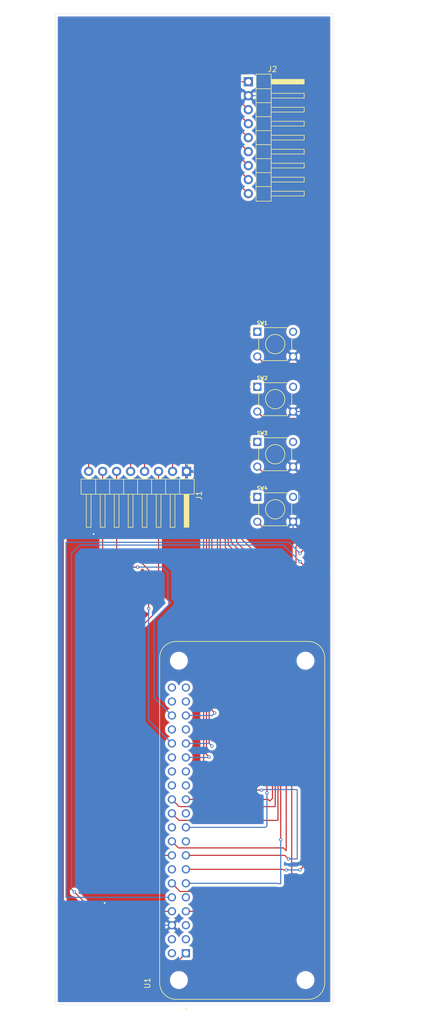
<source format=kicad_pcb>
(kicad_pcb (version 20241229) (generator "pcbnew") (generator_version "9.0")
  (layers (0 "F.Cu" signal) (2 "B.Cu" signal) (13 "F.Paste" user) (15 "B.Paste" user) (5 "F.SilkS" user "F.Silkscreen") (7 "B.SilkS" user "B.Silkscreen") (1 "F.Mask" user) (3 "B.Mask" user) (25 "Edge.Cuts" user))
  (net 0 "")
  (net 1 "+3.3V")
  (net 2 "RESET")
  (net 3 "CENTRE")
  (net 4 "GND")
  (net 5 "LEFT")
  (net 6 "UP")
  (net 7 "RIGHT")
  (net 8 "DOWN")
  (net 9 "+3.3VA")
  (net 10 "DC")
  (net 11 "BUSY")
  (net 12 "PWR")
  (net 13 "CS")
  (net 14 "DIN")
  (net 15 "RST")
  (net 16 "CLK")
  (net 18 "S1")
  (net 22 "S2")
  (net 24 "S3")
  (net 26 "S4")
  (net 41 "SET")
  (footprint "RPI:MODULE_RASPBERRY_PI_ZERO_2_W" (layer "F.Cu") (at 151 161.5 90)
    (property "Reference" "U1" (at -29.569 -17.2162 90) (layer "F.SilkS") (effects (font (size 1.00189 1.00189))))
    (property "Value" "RASPBERRY_PI_ZERO_2_W")
    (fp_line (start 29.5 -15) (end -29.5 -15) (stroke (width 0.127)) (layer "F.SilkS"))
    (fp_line (start -32.5 -12) (end -32.5 12) (stroke (width 0.127)) (layer "F.SilkS"))
    (fp_line (start 32.5 12) (end 32.5 -12) (stroke (width 0.127)) (layer "F.SilkS"))
    (fp_line (start 17 15) (end 25.35 15) (stroke (width 0.127)) (layer "F.SilkS"))
    (fp_line (start 4.4 15) (end 12.75 15) (stroke (width 0.127)) (layer "F.SilkS"))
    (fp_line (start -29.5 15) (end 29.5 15) (stroke (width 0.127)) (layer "F.SilkS"))
    (fp_arc (start 29.5 -15) (mid 31.62132 -14.12132) (end 32.5 -12) (stroke (width 0.127)) (layer "F.SilkS"))
    (fp_arc (start -32.5 -12) (mid -31.62132 -14.12132) (end -29.5 -15) (stroke (width 0.127)) (layer "F.SilkS"))
    (fp_arc (start 32.5 12) (mid 31.62132 14.12132) (end 29.5 15) (stroke (width 0.127)) (layer "F.SilkS"))
    (fp_arc (start -29.5 15) (mid -31.62132 14.12132) (end -32.5 12) (stroke (width 0.127)) (layer "F.SilkS"))
    (fp_circle (center -34.29 -10.23) (end -34.19 -10.23) (stroke (width 0.2)) (fill no) (layer "F.SilkS"))
    (pad "" np_thru_hole circle (at -29 -11.5 90) (size 2.75 2.75) (drill 2.75) (layers "*.Cu" "*.Mask"))
    (pad "" np_thru_hole circle (at -29 11.5 90) (size 2.75 2.75) (drill 2.75) (layers "*.Cu" "*.Mask"))
    (pad "" np_thru_hole circle (at 29 -11.5 90) (size 2.75 2.75) (drill 2.75) (layers "*.Cu" "*.Mask"))
    (pad "" np_thru_hole circle (at 29 11.5 90) (size 2.75 2.75) (drill 2.75) (layers "*.Cu" "*.Mask"))
    (pad "1" thru_hole rect (at -24.13 -10.23 90) (size 1.508 1.508) (drill 1) (layers "*.Cu" "*.Mask") (net 9 "+3.3VA"))
    (pad "2" thru_hole circle (at -24.13 -12.77 90) (size 1.508 1.508) (drill 1) (layers "*.Cu" "*.Mask"))
    (pad "3" thru_hole circle (at -21.59 -10.23 90) (size 1.508 1.508) (drill 1) (layers "*.Cu" "*.Mask"))
    (pad "4" thru_hole circle (at -21.59 -12.77 90) (size 1.508 1.508) (drill 1) (layers "*.Cu" "*.Mask"))
    (pad "5" thru_hole circle (at -19.05 -10.23 90) (size 1.508 1.508) (drill 1) (layers "*.Cu" "*.Mask"))
    (pad "6" thru_hole circle (at -19.05 -12.77 90) (size 1.508 1.508) (drill 1) (layers "*.Cu" "*.Mask") (net 4 "GND"))
    (pad "7" thru_hole circle (at -16.51 -10.23 90) (size 1.508 1.508) (drill 1) (layers "*.Cu" "*.Mask") (net 18 "S1"))
    (pad "8" thru_hole circle (at -16.51 -12.77 90) (size 1.508 1.508) (drill 1) (layers "*.Cu" "*.Mask") (net 22 "S2"))
    (pad "9" thru_hole circle (at -13.97 -10.23 90) (size 1.508 1.508) (drill 1) (layers "*.Cu" "*.Mask"))
    (pad "10" thru_hole circle (at -13.97 -12.77 90) (size 1.508 1.508) (drill 1) (layers "*.Cu" "*.Mask") (net 24 "S3"))
    (pad "11" thru_hole circle (at -11.43 -10.23 90) (size 1.508 1.508) (drill 1) (layers "*.Cu" "*.Mask") (net 15 "RST"))
    (pad "12" thru_hole circle (at -11.43 -12.77 90) (size 1.508 1.508) (drill 1) (layers "*.Cu" "*.Mask") (net 12 "PWR"))
    (pad "13" thru_hole circle (at -8.89 -10.23 90) (size 1.508 1.508) (drill 1) (layers "*.Cu" "*.Mask") (net 26 "S4"))
    (pad "14" thru_hole circle (at -8.89 -12.77 90) (size 1.508 1.508) (drill 1) (layers "*.Cu" "*.Mask"))
    (pad "15" thru_hole circle (at -6.35 -10.23 90) (size 1.508 1.508) (drill 1) (layers "*.Cu" "*.Mask") (net 6 "UP"))
    (pad "16" thru_hole circle (at -6.35 -12.77 90) (size 1.508 1.508) (drill 1) (layers "*.Cu" "*.Mask") (net 8 "DOWN"))
    (pad "17" thru_hole circle (at -3.81 -10.23 90) (size 1.508 1.508) (drill 1) (layers "*.Cu" "*.Mask") (net 1 "+3.3V"))
    (pad "18" thru_hole circle (at -3.81 -12.77 90) (size 1.508 1.508) (drill 1) (layers "*.Cu" "*.Mask") (net 11 "BUSY"))
    (pad "19" thru_hole circle (at -1.27 -10.23 90) (size 1.508 1.508) (drill 1) (layers "*.Cu" "*.Mask") (net 14 "DIN"))
    (pad "20" thru_hole circle (at -1.27 -12.77 90) (size 1.508 1.508) (drill 1) (layers "*.Cu" "*.Mask"))
    (pad "21" thru_hole circle (at 1.27 -10.23 90) (size 1.508 1.508) (drill 1) (layers "*.Cu" "*.Mask"))
    (pad "22" thru_hole circle (at 1.27 -12.77 90) (size 1.508 1.508) (drill 1) (layers "*.Cu" "*.Mask") (net 10 "DC"))
    (pad "23" thru_hole circle (at 3.81 -10.23 90) (size 1.508 1.508) (drill 1) (layers "*.Cu" "*.Mask") (net 16 "CLK"))
    (pad "24" thru_hole circle (at 3.81 -12.77 90) (size 1.508 1.508) (drill 1) (layers "*.Cu" "*.Mask") (net 13 "CS"))
    (pad "25" thru_hole circle (at 6.35 -10.23 90) (size 1.508 1.508) (drill 1) (layers "*.Cu" "*.Mask"))
    (pad "26" thru_hole circle (at 6.35 -12.77 90) (size 1.508 1.508) (drill 1) (layers "*.Cu" "*.Mask"))
    (pad "27" thru_hole circle (at 8.89 -10.23 90) (size 1.508 1.508) (drill 1) (layers "*.Cu" "*.Mask"))
    (pad "28" thru_hole circle (at 8.89 -12.77 90) (size 1.508 1.508) (drill 1) (layers "*.Cu" "*.Mask"))
    (pad "29" thru_hole circle (at 11.43 -10.23 90) (size 1.508 1.508) (drill 1) (layers "*.Cu" "*.Mask") (net 5 "LEFT"))
    (pad "30" thru_hole circle (at 11.43 -12.77 90) (size 1.508 1.508) (drill 1) (layers "*.Cu" "*.Mask"))
    (pad "31" thru_hole circle (at 13.97 -10.23 90) (size 1.508 1.508) (drill 1) (layers "*.Cu" "*.Mask") (net 7 "RIGHT"))
    (pad "32" thru_hole circle (at 13.97 -12.77 90) (size 1.508 1.508) (drill 1) (layers "*.Cu" "*.Mask") (net 3 "CENTRE"))
    (pad "33" thru_hole circle (at 16.51 -10.23 90) (size 1.508 1.508) (drill 1) (layers "*.Cu" "*.Mask"))
    (pad "34" thru_hole circle (at 16.51 -12.77 90) (size 1.508 1.508) (drill 1) (layers "*.Cu" "*.Mask"))
    (pad "35" thru_hole circle (at 19.05 -10.23 90) (size 1.508 1.508) (drill 1) (layers "*.Cu" "*.Mask") (net 2 "RESET"))
    (pad "36" thru_hole circle (at 19.05 -12.77 90) (size 1.508 1.508) (drill 1) (layers "*.Cu" "*.Mask") (net 41 "SET"))
    (pad "37" thru_hole circle (at 21.59 -10.23 90) (size 1.508 1.508) (drill 1) (layers "*.Cu" "*.Mask"))
    (pad "38" thru_hole circle (at 21.59 -12.77 90) (size 1.508 1.508) (drill 1) (layers "*.Cu" "*.Mask"))
    (pad "39" thru_hole circle (at 24.13 -10.23 90) (size 1.508 1.508) (drill 1) (layers "*.Cu" "*.Mask"))
    (pad "40" thru_hole circle (at 24.13 -12.77 90) (size 1.508 1.508) (drill 1) (layers "*.Cu" "*.Mask"))
  )
  (footprint "Switch:SW_1825910-6-43D" (layer "F.Cu") (at 157 75)
    (property "Reference" "SW1" (at -2.3627 -3.844398 0) (layer "F.SilkS") (effects (font (size 0.630643 0.630643))))
    (property "Value" "1825910-6")
    (fp_line (start -2.995 -1.15) (end -2.995 1.15) (stroke (width 0.127)) (layer "F.SilkS"))
    (fp_line (start -2.2 -2.995) (end 2.3 -2.995) (stroke (width 0.127)) (layer "F.SilkS"))
    (fp_line (start 2.3 2.995) (end -2.3 2.995) (stroke (width 0.127)) (layer "F.SilkS"))
    (fp_line (start 3 -1.15) (end 3 1.15) (stroke (width 0.127)) (layer "F.SilkS"))
    (fp_circle (center -4.445 -2.25) (end -4.345 -2.25) (stroke (width 0.2)) (fill no) (layer "F.SilkS"))
    (fp_circle (center 0 0) (end 1.755 0) (stroke (width 0.127)) (fill no) (layer "F.SilkS"))
    (pad "1" thru_hole rect (at -3.25 -2.25) (size 1.498 1.498) (drill 0.99) (layers "*.Cu" "*.Mask"))
    (pad "2" thru_hole circle (at 3.25 -2.25) (size 1.498 1.498) (drill 0.99) (layers "*.Cu" "*.Mask"))
    (pad "3" thru_hole circle (at -3.25 2.25) (size 1.498 1.498) (drill 0.99) (layers "*.Cu" "*.Mask") (net 18 "S1"))
    (pad "4" thru_hole circle (at 3.25 2.25) (size 1.498 1.498) (drill 0.99) (layers "*.Cu" "*.Mask") (net 4 "GND"))
  )
  (footprint "Switch:SW_1825910-6-43D" (layer "F.Cu") (at 157 105)
    (property "Reference" "SW4" (at -2.3627 -3.844398 0) (layer "F.SilkS") (effects (font (size 0.630643 0.630643))))
    (property "Value" "1825910-6")
    (fp_line (start -2.995 -1.15) (end -2.995 1.15) (stroke (width 0.127)) (layer "F.SilkS"))
    (fp_line (start -2.2 -2.995) (end 2.3 -2.995) (stroke (width 0.127)) (layer "F.SilkS"))
    (fp_line (start 2.3 2.995) (end -2.3 2.995) (stroke (width 0.127)) (layer "F.SilkS"))
    (fp_line (start 3 -1.15) (end 3 1.15) (stroke (width 0.127)) (layer "F.SilkS"))
    (fp_circle (center -4.445 -2.25) (end -4.345 -2.25) (stroke (width 0.2)) (fill no) (layer "F.SilkS"))
    (fp_circle (center 0 0) (end 1.755 0) (stroke (width 0.127)) (fill no) (layer "F.SilkS"))
    (pad "1" thru_hole rect (at -3.25 -2.25) (size 1.498 1.498) (drill 0.99) (layers "*.Cu" "*.Mask"))
    (pad "2" thru_hole circle (at 3.25 -2.25) (size 1.498 1.498) (drill 0.99) (layers "*.Cu" "*.Mask"))
    (pad "3" thru_hole circle (at -3.25 2.25) (size 1.498 1.498) (drill 0.99) (layers "*.Cu" "*.Mask") (net 26 "S4"))
    (pad "4" thru_hole circle (at 3.25 2.25) (size 1.498 1.498) (drill 0.99) (layers "*.Cu" "*.Mask") (net 4 "GND"))
  )
  (footprint "Switch:SW_1825910-6-43D" (layer "F.Cu") (at 157 85)
    (property "Reference" "SW2" (at -2.3627 -3.844398 0) (layer "F.SilkS") (effects (font (size 0.630643 0.630643))))
    (property "Value" "1825910-6")
    (fp_line (start -2.995 -1.15) (end -2.995 1.15) (stroke (width 0.127)) (layer "F.SilkS"))
    (fp_line (start -2.2 -2.995) (end 2.3 -2.995) (stroke (width 0.127)) (layer "F.SilkS"))
    (fp_line (start 2.3 2.995) (end -2.3 2.995) (stroke (width 0.127)) (layer "F.SilkS"))
    (fp_line (start 3 -1.15) (end 3 1.15) (stroke (width 0.127)) (layer "F.SilkS"))
    (fp_circle (center -4.445 -2.25) (end -4.345 -2.25) (stroke (width 0.2)) (fill no) (layer "F.SilkS"))
    (fp_circle (center 0 0) (end 1.755 0) (stroke (width 0.127)) (fill no) (layer "F.SilkS"))
    (pad "1" thru_hole rect (at -3.25 -2.25) (size 1.498 1.498) (drill 0.99) (layers "*.Cu" "*.Mask"))
    (pad "2" thru_hole circle (at 3.25 -2.25) (size 1.498 1.498) (drill 0.99) (layers "*.Cu" "*.Mask"))
    (pad "3" thru_hole circle (at -3.25 2.25) (size 1.498 1.498) (drill 0.99) (layers "*.Cu" "*.Mask") (net 22 "S2"))
    (pad "4" thru_hole circle (at 3.25 2.25) (size 1.498 1.498) (drill 0.99) (layers "*.Cu" "*.Mask") (net 4 "GND"))
  )
  (footprint "Connector_PinHeader_2.54mm:PinHeader_1x09_P2.54mm_Horizontal" (layer "F.Cu") (at 152.115 27.34)
    (property "Reference" "J2" (at 4.385 -2.27 0) (layer "F.SilkS"))
    (property "Value" "Conn_01x09")
    (fp_line (start -1.27 -1.27) (end 0 -1.27) (stroke (width 0.12)) (layer "F.SilkS"))
    (fp_line (start -1.27 0) (end -1.27 -1.27) (stroke (width 0.12)) (layer "F.SilkS"))
    (fp_line (start 1.077358 2.11) (end 1.39 2.11) (stroke (width 0.12)) (layer "F.SilkS"))
    (fp_line (start 1.077358 2.97) (end 1.39 2.97) (stroke (width 0.12)) (layer "F.SilkS"))
    (fp_line (start 1.077358 4.65) (end 1.39 4.65) (stroke (width 0.12)) (layer "F.SilkS"))
    (fp_line (start 1.077358 5.51) (end 1.39 5.51) (stroke (width 0.12)) (layer "F.SilkS"))
    (fp_line (start 1.077358 7.19) (end 1.39 7.19) (stroke (width 0.12)) (layer "F.SilkS"))
    (fp_line (start 1.077358 8.05) (end 1.39 8.05) (stroke (width 0.12)) (layer "F.SilkS"))
    (fp_line (start 1.077358 9.73) (end 1.39 9.73) (stroke (width 0.12)) (layer "F.SilkS"))
    (fp_line (start 1.077358 10.59) (end 1.39 10.59) (stroke (width 0.12)) (layer "F.SilkS"))
    (fp_line (start 1.077358 12.27) (end 1.39 12.27) (stroke (width 0.12)) (layer "F.SilkS"))
    (fp_line (start 1.077358 13.13) (end 1.39 13.13) (stroke (width 0.12)) (layer "F.SilkS"))
    (fp_line (start 1.077358 14.81) (end 1.39 14.81) (stroke (width 0.12)) (layer "F.SilkS"))
    (fp_line (start 1.077358 15.67) (end 1.39 15.67) (stroke (width 0.12)) (layer "F.SilkS"))
    (fp_line (start 1.077358 17.35) (end 1.39 17.35) (stroke (width 0.12)) (layer "F.SilkS"))
    (fp_line (start 1.077358 18.21) (end 1.39 18.21) (stroke (width 0.12)) (layer "F.SilkS"))
    (fp_line (start 1.077358 19.89) (end 1.39 19.89) (stroke (width 0.12)) (layer "F.SilkS"))
    (fp_line (start 1.077358 20.75) (end 1.39 20.75) (stroke (width 0.12)) (layer "F.SilkS"))
    (fp_line (start 1.16 -0.43) (end 1.39 -0.43) (stroke (width 0.12)) (layer "F.SilkS"))
    (fp_line (start 1.16 0.43) (end 1.39 0.43) (stroke (width 0.12)) (layer "F.SilkS"))
    (fp_line (start 1.39 -1.38) (end 1.39 21.7) (stroke (width 0.12)) (layer "F.SilkS"))
    (fp_line (start 1.39 1.27) (end 4.15 1.27) (stroke (width 0.12)) (layer "F.SilkS"))
    (fp_line (start 1.39 3.81) (end 4.15 3.81) (stroke (width 0.12)) (layer "F.SilkS"))
    (fp_line (start 1.39 6.35) (end 4.15 6.35) (stroke (width 0.12)) (layer "F.SilkS"))
    (fp_line (start 1.39 8.89) (end 4.15 8.89) (stroke (width 0.12)) (layer "F.SilkS"))
    (fp_line (start 1.39 11.43) (end 4.15 11.43) (stroke (width 0.12)) (layer "F.SilkS"))
    (fp_line (start 1.39 13.97) (end 4.15 13.97) (stroke (width 0.12)) (layer "F.SilkS"))
    (fp_line (start 1.39 16.51) (end 4.15 16.51) (stroke (width 0.12)) (layer "F.SilkS"))
    (fp_line (start 1.39 19.05) (end 4.15 19.05) (stroke (width 0.12)) (layer "F.SilkS"))
    (fp_line (start 1.39 21.7) (end 4.15 21.7) (stroke (width 0.12)) (layer "F.SilkS"))
    (fp_line (start 4.15 -1.38) (end 1.39 -1.38) (stroke (width 0.12)) (layer "F.SilkS"))
    (fp_line (start 4.15 2.11) (end 10.15 2.11) (stroke (width 0.12)) (layer "F.SilkS"))
    (fp_line (start 4.15 4.65) (end 10.15 4.65) (stroke (width 0.12)) (layer "F.SilkS"))
    (fp_line (start 4.15 7.19) (end 10.15 7.19) (stroke (width 0.12)) (layer "F.SilkS"))
    (fp_line (start 4.15 9.73) (end 10.15 9.73) (stroke (width 0.12)) (layer "F.SilkS"))
    (fp_line (start 4.15 12.27) (end 10.15 12.27) (stroke (width 0.12)) (layer "F.SilkS"))
    (fp_line (start 4.15 14.81) (end 10.15 14.81) (stroke (width 0.12)) (layer "F.SilkS"))
    (fp_line (start 4.15 17.35) (end 10.15 17.35) (stroke (width 0.12)) (layer "F.SilkS"))
    (fp_line (start 4.15 19.89) (end 10.15 19.89) (stroke (width 0.12)) (layer "F.SilkS"))
    (fp_line (start 4.15 21.7) (end 4.15 -1.38) (stroke (width 0.12)) (layer "F.SilkS"))
    (fp_line (start 10.15 2.11) (end 10.15 2.97) (stroke (width 0.12)) (layer "F.SilkS"))
    (fp_line (start 10.15 2.97) (end 4.15 2.97) (stroke (width 0.12)) (layer "F.SilkS"))
    (fp_line (start 10.15 4.65) (end 10.15 5.51) (stroke (width 0.12)) (layer "F.SilkS"))
    (fp_line (start 10.15 5.51) (end 4.15 5.51) (stroke (width 0.12)) (layer "F.SilkS"))
    (fp_line (start 10.15 7.19) (end 10.15 8.05) (stroke (width 0.12)) (layer "F.SilkS"))
    (fp_line (start 10.15 8.05) (end 4.15 8.05) (stroke (width 0.12)) (layer "F.SilkS"))
    (fp_line (start 10.15 9.73) (end 10.15 10.59) (stroke (width 0.12)) (layer "F.SilkS"))
    (fp_line (start 10.15 10.59) (end 4.15 10.59) (stroke (width 0.12)) (layer "F.SilkS"))
    (fp_line (start 10.15 12.27) (end 10.15 13.13) (stroke (width 0.12)) (layer "F.SilkS"))
    (fp_line (start 10.15 13.13) (end 4.15 13.13) (stroke (width 0.12)) (layer "F.SilkS"))
    (fp_line (start 10.15 14.81) (end 10.15 15.67) (stroke (width 0.12)) (layer "F.SilkS"))
    (fp_line (start 10.15 15.67) (end 4.15 15.67) (stroke (width 0.12)) (layer "F.SilkS"))
    (fp_line (start 10.15 17.35) (end 10.15 18.21) (stroke (width 0.12)) (layer "F.SilkS"))
    (fp_line (start 10.15 18.21) (end 4.15 18.21) (stroke (width 0.12)) (layer "F.SilkS"))
    (fp_line (start 10.15 19.89) (end 10.15 20.75) (stroke (width 0.12)) (layer "F.SilkS"))
    (fp_line (start 10.15 20.75) (end 4.15 20.75) (stroke (width 0.12)) (layer "F.SilkS"))
    (fp_rect (start 4.15 -0.43) (end 10.15 0.43) (stroke (width 0.12)) (fill yes) (layer "F.SilkS"))
    (pad "1" thru_hole rect (at 0 0) (size 1.7 1.7) (drill 1) (layers "*.Cu" "*.Mask") (net 9 "+3.3VA"))
    (pad "2" thru_hole circle (at 0 2.54) (size 1.7 1.7) (drill 1) (layers "*.Cu" "*.Mask") (net 4 "GND"))
    (pad "3" thru_hole circle (at 0 5.08) (size 1.7 1.7) (drill 1) (layers "*.Cu" "*.Mask") (net 14 "DIN"))
    (pad "4" thru_hole circle (at 0 7.62) (size 1.7 1.7) (drill 1) (layers "*.Cu" "*.Mask") (net 16 "CLK"))
    (pad "5" thru_hole circle (at 0 10.16) (size 1.7 1.7) (drill 1) (layers "*.Cu" "*.Mask") (net 13 "CS"))
    (pad "6" thru_hole circle (at 0 12.7) (size 1.7 1.7) (drill 1) (layers "*.Cu" "*.Mask") (net 10 "DC"))
    (pad "7" thru_hole circle (at 0 15.24) (size 1.7 1.7) (drill 1) (layers "*.Cu" "*.Mask") (net 15 "RST"))
    (pad "8" thru_hole circle (at 0 17.78) (size 1.7 1.7) (drill 1) (layers "*.Cu" "*.Mask") (net 11 "BUSY"))
    (pad "9" thru_hole circle (at 0 20.32) (size 1.7 1.7) (drill 1) (layers "*.Cu" "*.Mask") (net 12 "PWR"))
  )
  (footprint "Connector_PinHeader_2.54mm:PinHeader_1x08_P2.54mm_Horizontal" (layer "F.Cu") (at 140.89 98.115 -90)
    (property "Reference" "J1" (at 4.385 -2.27 90) (layer "F.SilkS"))
    (property "Value" "Conn_01x08")
    (fp_line (start 1.39 19.16) (end 4.15 19.16) (stroke (width 0.12)) (layer "F.SilkS"))
    (fp_line (start 4.15 19.16) (end 4.15 -1.38) (stroke (width 0.12)) (layer "F.SilkS"))
    (fp_line (start 1.077358 18.21) (end 1.39 18.21) (stroke (width 0.12)) (layer "F.SilkS"))
    (fp_line (start 10.15 18.21) (end 4.15 18.21) (stroke (width 0.12)) (layer "F.SilkS"))
    (fp_line (start 1.077358 17.35) (end 1.39 17.35) (stroke (width 0.12)) (layer "F.SilkS"))
    (fp_line (start 4.15 17.35) (end 10.15 17.35) (stroke (width 0.12)) (layer "F.SilkS"))
    (fp_line (start 10.15 17.35) (end 10.15 18.21) (stroke (width 0.12)) (layer "F.SilkS"))
    (fp_line (start 1.39 16.51) (end 4.15 16.51) (stroke (width 0.12)) (layer "F.SilkS"))
    (fp_line (start 1.077358 15.67) (end 1.39 15.67) (stroke (width 0.12)) (layer "F.SilkS"))
    (fp_line (start 10.15 15.67) (end 4.15 15.67) (stroke (width 0.12)) (layer "F.SilkS"))
    (fp_line (start 1.077358 14.81) (end 1.39 14.81) (stroke (width 0.12)) (layer "F.SilkS"))
    (fp_line (start 4.15 14.81) (end 10.15 14.81) (stroke (width 0.12)) (layer "F.SilkS"))
    (fp_line (start 10.15 14.81) (end 10.15 15.67) (stroke (width 0.12)) (layer "F.SilkS"))
    (fp_line (start 1.39 13.97) (end 4.15 13.97) (stroke (width 0.12)) (layer "F.SilkS"))
    (fp_line (start 1.077358 13.13) (end 1.39 13.13) (stroke (width 0.12)) (layer "F.SilkS"))
    (fp_line (start 10.15 13.13) (end 4.15 13.13) (stroke (width 0.12)) (layer "F.SilkS"))
    (fp_line (start 1.077358 12.27) (end 1.39 12.27) (stroke (width 0.12)) (layer "F.SilkS"))
    (fp_line (start 4.15 12.27) (end 10.15 12.27) (stroke (width 0.12)) (layer "F.SilkS"))
    (fp_line (start 10.15 12.27) (end 10.15 13.13) (stroke (width 0.12)) (layer "F.SilkS"))
    (fp_line (start 1.39 11.43) (end 4.15 11.43) (stroke (width 0.12)) (layer "F.SilkS"))
    (fp_line (start 1.077358 10.59) (end 1.39 10.59) (stroke (width 0.12)) (layer "F.SilkS"))
    (fp_line (start 10.15 10.59) (end 4.15 10.59) (stroke (width 0.12)) (layer "F.SilkS"))
    (fp_line (start 1.077358 9.73) (end 1.39 9.73) (stroke (width 0.12)) (layer "F.SilkS"))
    (fp_line (start 4.15 9.73) (end 10.15 9.73) (stroke (width 0.12)) (layer "F.SilkS"))
    (fp_line (start 10.15 9.73) (end 10.15 10.59) (stroke (width 0.12)) (layer "F.SilkS"))
    (fp_line (start 1.39 8.89) (end 4.15 8.89) (stroke (width 0.12)) (layer "F.SilkS"))
    (fp_line (start 1.077358 8.05) (end 1.39 8.05) (stroke (width 0.12)) (layer "F.SilkS"))
    (fp_line (start 10.15 8.05) (end 4.15 8.05) (stroke (width 0.12)) (layer "F.SilkS"))
    (fp_line (start 1.077358 7.19) (end 1.39 7.19) (stroke (width 0.12)) (layer "F.SilkS"))
    (fp_line (start 4.15 7.19) (end 10.15 7.19) (stroke (width 0.12)) (layer "F.SilkS"))
    (fp_line (start 10.15 7.19) (end 10.15 8.05) (stroke (width 0.12)) (layer "F.SilkS"))
    (fp_line (start 1.39 6.35) (end 4.15 6.35) (stroke (width 0.12)) (layer "F.SilkS"))
    (fp_line (start 1.077358 5.51) (end 1.39 5.51) (stroke (width 0.12)) (layer "F.SilkS"))
    (fp_line (start 10.15 5.51) (end 4.15 5.51) (stroke (width 0.12)) (layer "F.SilkS"))
    (fp_line (start 1.077358 4.65) (end 1.39 4.65) (stroke (width 0.12)) (layer "F.SilkS"))
    (fp_line (start 4.15 4.65) (end 10.15 4.65) (stroke (width 0.12)) (layer "F.SilkS"))
    (fp_line (start 10.15 4.65) (end 10.15 5.51) (stroke (width 0.12)) (layer "F.SilkS"))
    (fp_line (start 1.39 3.81) (end 4.15 3.81) (stroke (width 0.12)) (layer "F.SilkS"))
    (fp_line (start 1.077358 2.97) (end 1.39 2.97) (stroke (width 0.12)) (layer "F.SilkS"))
    (fp_line (start 10.15 2.97) (end 4.15 2.97) (stroke (width 0.12)) (layer "F.SilkS"))
    (fp_line (start 1.077358 2.11) (end 1.39 2.11) (stroke (width 0.12)) (layer "F.SilkS"))
    (fp_line (start 4.15 2.11) (end 10.15 2.11) (stroke (width 0.12)) (layer "F.SilkS"))
    (fp_line (start 10.15 2.11) (end 10.15 2.97) (stroke (width 0.12)) (layer "F.SilkS"))
    (fp_line (start 1.39 1.27) (end 4.15 1.27) (stroke (width 0.12)) (layer "F.SilkS"))
    (fp_line (start 1.16 0.43) (end 1.39 0.43) (stroke (width 0.12)) (layer "F.SilkS"))
    (fp_line (start -1.27 0) (end -1.27 -1.27) (stroke (width 0.12)) (layer "F.SilkS"))
    (fp_line (start 1.16 -0.43) (end 1.39 -0.43) (stroke (width 0.12)) (layer "F.SilkS"))
    (fp_line (start -1.27 -1.27) (end 0 -1.27) (stroke (width 0.12)) (layer "F.SilkS"))
    (fp_line (start 1.39 -1.38) (end 1.39 19.16) (stroke (width 0.12)) (layer "F.SilkS"))
    (fp_line (start 4.15 -1.38) (end 1.39 -1.38) (stroke (width 0.12)) (layer "F.SilkS"))
    (fp_rect (start 4.15 -0.43) (end 10.15 0.43) (stroke (width 0.12)) (fill yes) (layer "F.SilkS"))
    (pad "1" thru_hole rect (at 0 0 270) (size 1.7 1.7) (drill 1) (layers "*.Cu" "*.Mask") (net 4 "GND"))
    (pad "2" thru_hole circle (at 0 2.54 270) (size 1.7 1.7) (drill 1) (layers "*.Cu" "*.Mask") (net 6 "UP"))
    (pad "3" thru_hole circle (at 0 5.08 270) (size 1.7 1.7) (drill 1) (layers "*.Cu" "*.Mask") (net 8 "DOWN"))
    (pad "4" thru_hole circle (at 0 7.62 270) (size 1.7 1.7) (drill 1) (layers "*.Cu" "*.Mask") (net 5 "LEFT"))
    (pad "5" thru_hole circle (at 0 10.16 270) (size 1.7 1.7) (drill 1) (layers "*.Cu" "*.Mask") (net 7 "RIGHT"))
    (pad "6" thru_hole circle (at 0 12.7 270) (size 1.7 1.7) (drill 1) (layers "*.Cu" "*.Mask") (net 3 "CENTRE"))
    (pad "7" thru_hole circle (at 0 15.24 270) (size 1.7 1.7) (drill 1) (layers "*.Cu" "*.Mask") (net 41 "SET"))
    (pad "8" thru_hole circle (at 0 17.78 270) (size 1.7 1.7) (drill 1) (layers "*.Cu" "*.Mask") (net 2 "RESET"))
  )
  (footprint "Switch:SW_1825910-6-43D" (layer "F.Cu") (at 157 95)
    (property "Reference" "SW3" (at -2.3627 -3.844398 0) (layer "F.SilkS") (effects (font (size 0.630643 0.630643))))
    (property "Value" "1825910-6")
    (fp_line (start -2.995 -1.15) (end -2.995 1.15) (stroke (width 0.127)) (layer "F.SilkS"))
    (fp_line (start -2.2 -2.995) (end 2.3 -2.995) (stroke (width 0.127)) (layer "F.SilkS"))
    (fp_line (start 2.3 2.995) (end -2.3 2.995) (stroke (width 0.127)) (layer "F.SilkS"))
    (fp_line (start 3 -1.15) (end 3 1.15) (stroke (width 0.127)) (layer "F.SilkS"))
    (fp_circle (center -4.445 -2.25) (end -4.345 -2.25) (stroke (width 0.2)) (fill no) (layer "F.SilkS"))
    (fp_circle (center 0 0) (end 1.755 0) (stroke (width 0.127)) (fill no) (layer "F.SilkS"))
    (pad "1" thru_hole rect (at -3.25 -2.25) (size 1.498 1.498) (drill 0.99) (layers "*.Cu" "*.Mask"))
    (pad "2" thru_hole circle (at 3.25 -2.25) (size 1.498 1.498) (drill 0.99) (layers "*.Cu" "*.Mask"))
    (pad "3" thru_hole circle (at -3.25 2.25) (size 1.498 1.498) (drill 0.99) (layers "*.Cu" "*.Mask") (net 24 "S3"))
    (pad "4" thru_hole circle (at 3.25 2.25) (size 1.498 1.498) (drill 0.99) (layers "*.Cu" "*.Mask") (net 4 "GND"))
  )
  (gr_rect (start 117 15) (end 167.5 195) (stroke (width 0.05)) (fill no) (layer "Edge.Cuts"))
  (segment (start 123.76 81.5) (end 123.11 82.15) (width 0.2) (layer "F.Cu") (net 2))
  (segment (start 123.76 77.74) (end 123.76 81.5) (width 0.2) (layer "F.Cu") (net 2))
  (segment (start 145.5 77) (end 124.5 77) (width 0.2) (layer "F.Cu") (net 2))
  (segment (start 124.5 77) (end 123.76 77.74) (width 0.2) (layer "F.Cu") (net 2))
  (segment (start 146 142) (end 145.5 141.5) (width 0.2) (layer "F.Cu") (net 2))
  (segment (start 123.11 82.15) (end 123.11 98.115) (width 0.2) (layer "F.Cu") (net 2))
  (segment (start 145.5 141.5) (end 145.5 77) (width 0.2) (layer "F.Cu") (net 2))
  (via (at 146 142) (size 0.6) (drill 0.3) (layers "F.Cu" "B.Cu") (net 2))
  (segment (start 145.55 142.45) (end 140.77 142.45) (width 0.2) (layer "B.Cu") (net 2))
  (segment (start 146 142) (end 145.55 142.45) (width 0.2) (layer "B.Cu") (net 2))
  (segment (start 134 116) (end 134 123) (width 0.2) (layer "F.Cu") (net 3))
  (segment (start 128.19 113.81) (end 128 114) (width 0.2) (layer "F.Cu") (net 3))
  (segment (start 132 114) (end 134 116) (width 0.2) (layer "F.Cu") (net 3))
  (segment (start 128.19 98.115) (end 128.19 113.81) (width 0.2) (layer "F.Cu") (net 3))
  (segment (start 128 114) (end 132 114) (width 0.2) (layer "F.Cu") (net 3))
  (via (at 134 123) (size 0.6) (drill 0.3) (layers "F.Cu" "B.Cu") (net 3))
  (segment (start 134 143.3) (end 138.23 147.53) (width 0.2) (layer "B.Cu") (net 3))
  (segment (start 134 123) (end 134 143.3) (width 0.2) (layer "B.Cu") (net 3))
  (segment (start 121 114) (end 121 171.5) (width 0.2) (layer "F.Cu") (net 4))
  (segment (start 121 171.5) (end 126 176.5) (width 0.2) (layer "F.Cu") (net 4))
  (segment (start 124 109.5) (end 124 111) (width 0.2) (layer "F.Cu") (net 4))
  (segment (start 124 111) (end 121 114) (width 0.2) (layer "F.Cu") (net 4))
  (via (at 124 109.5) (size 0.6) (drill 0.3) (layers "F.Cu" "B.Cu") (net 4))
  (via (at 126 176.5) (size 0.6) (drill 0.3) (layers "F.Cu" "B.Cu") (net 4))
  (segment (start 164 73.5) (end 160.25 77.25) (width 0.2) (layer "B.Cu") (net 4))
  (segment (start 142 79) (end 158.5 79) (width 0.2) (layer "B.Cu") (net 4))
  (segment (start 164 30) (end 164 73.5) (width 0.2) (layer "B.Cu") (net 4))
  (segment (start 160.25 108.75) (end 159.5 109.5) (width 0.2) (layer "B.Cu") (net 4))
  (segment (start 160.25 107.25) (end 160.25 108.75) (width 0.2) (layer "B.Cu") (net 4))
  (segment (start 160.25 87.25) (end 161.75 87.25) (width 0.2) (layer "B.Cu") (net 4))
  (segment (start 162 95.5) (end 160.25 97.25) (width 0.2) (layer "B.Cu") (net 4))
  (segment (start 141.54 79.46) (end 142 79) (width 0.2) (layer "B.Cu") (net 4))
  (segment (start 126 176.5) (end 130.05 180.55) (width 0.2) (layer "B.Cu") (net 4))
  (segment (start 141.54 81.5) (end 140.89 82.15) (width 0.2) (layer "B.Cu") (net 4))
  (segment (start 162 87.5) (end 162 95.5) (width 0.2) (layer "B.Cu") (net 4))
  (segment (start 161.3 106.2) (end 160.25 107.25) (width 0.2) (layer "B.Cu") (net 4))
  (segment (start 160.25 97.25) (end 161.3 98.3) (width 0.2) (layer "B.Cu") (net 4))
  (segment (start 159.5 109.5) (end 124 109.5) (width 0.2) (layer "B.Cu") (net 4))
  (segment (start 161.75 87.25) (end 162 87.5) (width 0.2) (layer "B.Cu") (net 4))
  (segment (start 130.05 180.55) (end 138.23 180.55) (width 0.2) (layer "B.Cu") (net 4))
  (segment (start 152.115 29.88) (end 163.88 29.88) (width 0.2) (layer "B.Cu") (net 4))
  (segment (start 141.54 81.5) (end 141.54 79.46) (width 0.2) (layer "B.Cu") (net 4))
  (segment (start 161.3 98.3) (end 161.3 106.2) (width 0.2) (layer "B.Cu") (net 4))
  (segment (start 140.89 82.15) (end 140.89 98.115) (width 0.2) (layer "B.Cu") (net 4))
  (segment (start 158.5 79) (end 160.25 77.25) (width 0.2) (layer "B.Cu") (net 4))
  (segment (start 163.88 29.88) (end 164 30) (width 0.2) (layer "B.Cu") (net 4))
  (segment (start 133.92 81.5) (end 133.92 78.58) (width 0.2) (layer "F.Cu") (net 5))
  (segment (start 133.92 78.58) (end 134.5 78) (width 0.2) (layer "F.Cu") (net 5))
  (segment (start 134.5 78) (end 144.5 78) (width 0.2) (layer "F.Cu") (net 5))
  (segment (start 133.27 98.115) (end 133.27 82.15) (width 0.2) (layer "F.Cu") (net 5))
  (segment (start 144.5 149.5) (end 145 150) (width 0.2) (layer "F.Cu") (net 5))
  (segment (start 144.5 78) (end 144.5 149.5) (width 0.2) (layer "F.Cu") (net 5))
  (segment (start 133.27 82.15) (end 133.92 81.5) (width 0.2) (layer "F.Cu") (net 5))
  (via (at 145 150) (size 0.6) (drill 0.3) (layers "F.Cu" "B.Cu") (net 5))
  (segment (start 144.93 150.07) (end 140.77 150.07) (width 0.2) (layer "B.Cu") (net 5))
  (segment (start 145 150) (end 144.93 150.07) (width 0.2) (layer "B.Cu") (net 5))
  (segment (start 138.35 98.115) (end 138.35 82.15) (width 0.2) (layer "F.Cu") (net 6))
  (segment (start 139 79) (end 139.5 78.5) (width 0.2) (layer "F.Cu") (net 6))
  (segment (start 144 156) (end 154.5 156) (width 0.2) (layer "F.Cu") (net 6))
  (segment (start 139.5 78.5) (end 144 78.5) (width 0.2) (layer "F.Cu") (net 6))
  (segment (start 139 81.5) (end 139 79) (width 0.2) (layer "F.Cu") (net 6))
  (segment (start 144 78.5) (end 144 156) (width 0.2) (layer "F.Cu") (net 6))
  (segment (start 159.4 168.5) (end 158.75 167.85) (width 0.2) (layer "F.Cu") (net 6))
  (segment (start 158.75 167.85) (end 140.77 167.85) (width 0.2) (layer "F.Cu") (net 6))
  (segment (start 138.35 82.15) (end 139 81.5) (width 0.2) (layer "F.Cu") (net 6))
  (via (at 154.5 156) (size 0.6) (drill 0.3) (layers "F.Cu" "B.Cu") (net 6))
  (via (at 159.4 168.5) (size 0.6) (drill 0.3) (layers "F.Cu" "B.Cu") (net 6))
  (segment (start 154.5 156) (end 154.601 155.899) (width 0.2) (layer "B.Cu") (net 6))
  (segment (start 160.899 155.899) (end 161 156) (width 0.2) (layer "B.Cu") (net 6))
  (segment (start 161 168.5) (end 159.4 168.5) (width 0.2) (layer "B.Cu") (net 6))
  (segment (start 154.601 155.899) (end 160.899 155.899) (width 0.2) (layer "B.Cu") (net 6))
  (segment (start 161 156) (end 161 168.5) (width 0.2) (layer "B.Cu") (net 6))
  (segment (start 131.38 78.12) (end 132 77.5) (width 0.2) (layer "F.Cu") (net 7))
  (segment (start 132 77.5) (end 145 77.5) (width 0.2) (layer "F.Cu") (net 7))
  (segment (start 145 147.5) (end 145.5 148) (width 0.2) (layer "F.Cu") (net 7))
  (segment (start 145 77.5) (end 145 147.5) (width 0.2) (layer "F.Cu") (net 7))
  (segment (start 130.73 98.115) (end 130.73 81.65) (width 0.2) (layer "F.Cu") (net 7))
  (segment (start 131.38 81) (end 131.38 78.12) (width 0.2) (layer "F.Cu") (net 7))
  (segment (start 130.73 81.65) (end 131.38 81) (width 0.2) (layer "F.Cu") (net 7))
  (via (at 145.5 148) (size 0.6) (drill 0.3) (layers "F.Cu" "B.Cu") (net 7))
  (segment (start 145.5 148) (end 145.03 147.53) (width 0.2) (layer "B.Cu") (net 7))
  (segment (start 145.03 147.53) (end 140.77 147.53) (width 0.2) (layer "B.Cu") (net 7))
  (segment (start 127.5 131.5) (end 127.5 168) (width 0.2) (layer "F.Cu") (net 8))
  (segment (start 137 122) (end 127.5 131.5) (width 0.2) (layer "F.Cu") (net 8))
  (segment (start 135.81 98.115) (end 135.81 120.81) (width 0.2) (layer "F.Cu") (net 8))
  (segment (start 127.65 167.85) (end 138.23 167.85) (width 0.2) (layer "F.Cu") (net 8))
  (segment (start 135.81 120.81) (end 137 122) (width 0.2) (layer "F.Cu") (net 8))
  (segment (start 127.5 168) (end 127.65 167.85) (width 0.2) (layer "F.Cu") (net 8))
  (segment (start 137.9 188.5) (end 140.77 185.63) (width 0.2) (layer "F.Cu") (net 9))
  (segment (start 131 28) (end 131 29.5) (width 0.2) (layer "F.Cu") (net 9))
  (segment (start 131 29.5) (end 136 34.5) (width 0.2) (layer "F.Cu") (net 9))
  (segment (start 136 48.5) (end 139.5 48.5) (width 0.2) (layer "F.Cu") (net 9))
  (segment (start 146 55) (end 118.5 55) (width 0.2) (layer "F.Cu") (net 9))
  (segment (start 118.5 190) (end 130 190) (width 0.2) (layer "F.Cu") (net 9))
  (segment (start 131.66 27.34) (end 131 28) (width 0.2) (layer "F.Cu") (net 9))
  (segment (start 118.5 55) (end 118.5 190) (width 0.2) (layer "F.Cu") (net 9))
  (segment (start 136 34.5) (end 136 48.5) (width 0.2) (layer "F.Cu") (net 9))
  (segment (start 131.5 188.5) (end 137.9 188.5) (width 0.2) (layer "F.Cu") (net 9))
  (segment (start 130 190) (end 131.5 188.5) (width 0.2) (layer "F.Cu") (net 9))
  (segment (start 152.115 27.34) (end 131.66 27.34) (width 0.2) (layer "F.Cu") (net 9))
  (segment (start 139.5 48.5) (end 146 55) (width 0.2) (layer "F.Cu") (net 9))
  (segment (start 148.46645 110.53355) (end 148.46645 111.46645) (width 0.2) (layer "F.Cu") (net 10))
  (segment (start 148 53) (end 148 110.0671) (width 0.2) (layer "F.Cu") (net 10))
  (segment (start 142.075 30) (end 137 30) (width 0.2) (layer "F.Cu") (net 10))
  (segment (start 152.115 40.04) (end 142.075 30) (width 0.2) (layer "F.Cu") (net 10))
  (segment (start 137 30) (end 136.5 30.5) (width 0.2) (layer "F.Cu") (net 10))
  (segment (start 136.5 30.5) (end 136.5 31) (width 0.2) (layer "F.Cu") (net 10))
  (segment (start 148.46645 111.46645) (end 157.5 120.5) (width 0.2) (layer "F.Cu") (net 10))
  (segment (start 141.5 46.5) (end 148 53) (width 0.2) (layer "F.Cu") (net 10))
  (segment (start 148 110.0671) (end 148.46645 110.53355) (width 0.2) (layer "F.Cu") (net 10))
  (segment (start 157.5 120.5) (end 157.5 161.5) (width 0.2) (layer "F.Cu") (net 10))
  (segment (start 138 32.5) (end 138 46.5) (width 0.2) (layer "F.Cu") (net 10))
  (segment (start 157.5 161.5) (end 139.5 161.5) (width 0.2) (layer "F.Cu") (net 10))
  (segment (start 138 46.5) (end 141.5 46.5) (width 0.2) (layer "F.Cu") (net 10))
  (segment (start 136.5 31) (end 138 32.5) (width 0.2) (layer "F.Cu") (net 10))
  (segment (start 139.5 161.5) (end 138.23 160.23) (width 0.2) (layer "F.Cu") (net 10))
  (segment (start 139 45.5) (end 142.5 45.5) (width 0.2) (layer "F.Cu") (net 11))
  (segment (start 149.5 110) (end 150 110.5) (width 0.2) (layer "F.Cu") (net 11))
  (segment (start 150 111) (end 159 120) (width 0.2) (layer "F.Cu") (net 11))
  (segment (start 158.5 166.5) (end 139.42 166.5) (width 0.2) (layer "F.Cu") (net 11))
  (segment (start 150 110.5) (end 150 111) (width 0.2) (layer "F.Cu") (net 11))
  (segment (start 152.115 45.12) (end 150.5 43.505) (width 0.2) (layer "F.Cu") (net 11))
  (segment (start 150.5 43.505) (end 150.5 41.5321) (width 0.2) (layer "F.Cu") (net 11))
  (segment (start 149.5 52.5) (end 149.5 110) (width 0.2) (layer "F.Cu") (net 11))
  (segment (start 139 31.5) (end 139 45.5) (width 0.2) (layer "F.Cu") (net 11))
  (segment (start 139.9679 31) (end 139 31) (width 0.2) (layer "F.Cu") (net 11))
  (segment (start 139.42 166.5) (end 138.23 165.31) (width 0.2) (layer "F.Cu") (net 11))
  (segment (start 139 31) (end 138.75 31.25) (width 0.2) (layer "F.Cu") (net 11))
  (segment (start 138.75 31.25) (end 139 31.5) (width 0.2) (layer "F.Cu") (net 11))
  (segment (start 159 167) (end 158.5 166.5) (width 0.2) (layer "F.Cu") (net 11))
  (segment (start 150.5 41.5321) (end 139.9679 31) (width 0.2) (layer "F.Cu") (net 11))
  (segment (start 142.5 45.5) (end 149.5 52.5) (width 0.2) (layer "F.Cu") (net 11))
  (segment (start 159 120) (end 159 167) (width 0.2) (layer "F.Cu") (net 11))
  (segment (start 139.9504 31.5496) (end 139.5 32) (width 0.2) (layer "F.Cu") (net 12))
  (segment (start 159.915 174.415) (end 139.715 174.415) (width 0.2) (layer "F.Cu") (net 12))
  (segment (start 160 119.5) (end 160 174.5) (width 0.2) (layer "F.Cu") (net 12))
  (segment (start 152.115 47.66) (end 150 45.545) (width 0.2) (layer "F.Cu") (net 12))
  (segment (start 150 45.545) (end 150 41.5992) (width 0.2) (layer "F.Cu") (net 12))
  (segment (start 150.5 52.5) (end 150.5 110) (width 0.2) (layer "F.Cu") (net 12))
  (segment (start 139.715 174.415) (end 138.23 172.93) (width 0.2) (layer "F.Cu") (net 12))
  (segment (start 143 45) (end 150.5 52.5) (width 0.2) (layer "F.Cu") (net 12))
  (segment (start 160 174.5) (end 159.915 174.415) (width 0.2) (layer "F.Cu") (net 12))
  (segment (start 139.5 32) (end 139.5 45) (width 0.2) (layer "F.Cu") (net 12))
  (segment (start 150.5 110) (end 160 119.5) (width 0.2) (layer "F.Cu") (net 12))
  (segment (start 150 41.5992) (end 139.9504 31.5496) (width 0.2) (layer "F.Cu") (net 12))
  (segment (start 139.5 45) (end 143 45) (width 0.2) (layer "F.Cu") (net 12))
  (segment (start 137.5 47) (end 141 47) (width 0.2) (layer "F.Cu") (net 13))
  (segment (start 147.9329 110.5671) (end 147.9329 111.9329) (width 0.2) (layer "F.Cu") (net 13))
  (segment (start 136 29.5) (end 135.5 30) (width 0.2) (layer "F.Cu") (net 13))
  (segment (start 157 121) (end 157 159) (width 0.2) (layer "F.Cu") (net 13))
  (segment (start 139.54 159) (end 138.23 157.69) (width 0.2) (layer "F.Cu") (net 13))
  (segment (start 144.115 29.5) (end 136 29.5) (width 0.2) (layer "F.Cu") (net 13))
  (segment (start 147.9329 111.9329) (end 157 121) (width 0.2) (layer "F.Cu") (net 13))
  (segment (start 152.115 37.5) (end 144.115 29.5) (width 0.2) (layer "F.Cu") (net 13))
  (segment (start 135.5 30) (end 135.5 31) (width 0.2) (layer "F.Cu") (net 13))
  (segment (start 157 159) (end 139.54 159) (width 0.2) (layer "F.Cu") (net 13))
  (segment (start 147.5 53.5) (end 147.5 110.1342) (width 0.2) (layer "F.Cu") (net 13))
  (segment (start 137.5 33) (end 137.5 47) (width 0.2) (layer "F.Cu") (net 13))
  (segment (start 141 47) (end 147.5 53.5) (width 0.2) (layer "F.Cu") (net 13))
  (segment (start 147.5 110.1342) (end 147.9329 110.5671) (width 0.2) (layer "F.Cu") (net 13))
  (segment (start 135.5 31) (end 137.5 33) (width 0.2) (layer "F.Cu") (net 13))
  (segment (start 140 48) (end 136.5 48) (width 0.2) (layer "F.Cu") (net 14))
  (segment (start 136.5 48) (end 136.5 34) (width 0.2) (layer "F.Cu") (net 14))
  (segment (start 146.5 112.0671) (end 147.46645 113.03355) (width 0.2) (layer "F.Cu") (net 14))
  (segment (start 148.195 28.5) (end 152.115 32.42) (width 0.2) (layer "F.Cu") (net 14))
  (segment (start 155.5 140) (end 155.5 156.5) (width 0.2) (layer "F.Cu") (net 14))
  (segment (start 147.46645 113.03355) (end 155.5 121.0671) (width 0.2) (layer "F.Cu") (net 14))
  (segment (start 146.5 54.5) (end 140 48) (width 0.2) (layer "F.Cu") (net 14))
  (segment (start 136.5 34) (end 133.5 31) (width 0.2) (layer "F.Cu") (net 14))
  (segment (start 133.5 31) (end 133.5 29) (width 0.2) (layer "F.Cu") (net 14))
  (segment (start 155.5 121.0671) (end 155.5 140) (width 0.2) (layer "F.Cu") (net 14))
  (segment (start 133.5 29) (end 134 28.5) (width 0.2) (layer "F.Cu") (net 14))
  (segment (start 146.5 83.5) (end 146.5 109) (width 0.2) (layer "F.Cu") (net 14))
  (segment (start 146.5 110.5) (end 146.5 112.0671) (width 0.2) (layer "F.Cu") (net 14))
  (segment (start 146.5 109) (end 146.5 110.5) (width 0.2) (layer "F.Cu") (net 14))
  (segment (start 134 28.5) (end 148.195 28.5) (width 0.2) (layer "F.Cu") (net 14))
  (segment (start 146.5 83.5) (end 146.5 54.5) (width 0.2) (layer "F.Cu") (net 14))
  (via (at 155.5 156.5) (size 0.6) (drill 0.3) (layers "F.Cu" "B.Cu") (net 14))
  (segment (start 155.5 162.5) (end 155.23 162.77) (width 0.2) (layer "B.Cu") (net 14))
  (segment (start 155.23 162.77) (end 140.77 162.77) (width 0.2) (layer "B.Cu") (net 14))
  (segment (start 155.5 156.5) (end 155.5 162.5) (width 0.2) (layer "B.Cu") (net 14))
  (segment (start 148.5 52.5) (end 148.5 110) (width 0.2) (layer "F.Cu") (net 15))
  (segment (start 149 110.5) (end 149 111) (width 0.2) (layer "F.Cu") (net 15))
  (segment (start 137.5 31) (end 138.5 32) (width 0.2) (layer "F.Cu") (net 15))
  (segment (start 148.5 110) (end 149 110.5) (width 0.2) (layer "F.Cu") (net 15))
  (segment (start 149 111) (end 158 120) (width 0.2) (layer "F.Cu") (net 15))
  (segment (start 138.5 46) (end 142 46) (width 0.2) (layer "F.Cu") (net 15))
  (segment (start 142 46) (end 148.5 52.5) (width 0.2) (layer "F.Cu") (net 15))
  (segment (start 138.5 32) (end 138.5 46) (width 0.2) (layer "F.Cu") (net 15))
  (segment (start 158 125) (end 158 165) (width 0.2) (layer "F.Cu") (net 15))
  (segment (start 152.115 42.58) (end 140.035 30.5) (width 0.2) (layer "F.Cu") (net 15))
  (segment (start 138 30.5) (end 137.5 31) (width 0.2) (layer "F.Cu") (net 15))
  (segment (start 140.035 30.5) (end 138 30.5) (width 0.2) (layer "F.Cu") (net 15))
  (segment (start 158 120) (end 158 125) (width 0.2) (layer "F.Cu") (net 15))
  (via (at 158 165) (size 0.6) (drill 0.3) (layers "F.Cu" "B.Cu") (net 15))
  (segment (start 158 165) (end 158 173) (width 0.2) (layer "B.Cu") (net 15))
  (segment (start 157.43 172.93) (end 140.77 172.93) (width 0.2) (layer "B.Cu") (net 15))
  (segment (start 158 173) (end 157.5 173) (width 0.2) (layer "B.Cu") (net 15))
  (segment (start 157.5 173) (end 157.43 172.93) (width 0.2) (layer "B.Cu") (net 15))
  (segment (start 147 112) (end 156.5 121.5) (width 0.2) (layer "F.Cu") (net 16))
  (segment (start 147 54) (end 147 112) (width 0.2) (layer "F.Cu") (net 16))
  (segment (start 134.5 31) (end 137 33.5) (width 0.2) (layer "F.Cu") (net 16))
  (segment (start 137 33.5) (end 137 47.5) (width 0.2) (layer "F.Cu") (net 16))
  (segment (start 156.5 121.5) (end 156.5 157.5) (width 0.2) (layer "F.Cu") (net 16))
  (segment (start 140.5 47.5) (end 147 54) (width 0.2) (layer "F.Cu") (net 16))
  (segment (start 156.5 157.5) (end 156 158) (width 0.2) (layer "F.Cu") (net 16))
  (segment (start 156 158) (end 155.69 157.69) (width 0.2) (layer "F.Cu") (net 16))
  (segment (start 135 29) (end 134.5 29.5) (width 0.2) (layer "F.Cu") (net 16))
  (segment (start 134.5 29.5) (end 134.5 31) (width 0.2) (layer "F.Cu") (net 16))
  (segment (start 155.69 157.69) (end 140.77 157.69) (width 0.2) (layer "F.Cu") (net 16))
  (segment (start 146.155 29) (end 135 29) (width 0.2) (layer "F.Cu") (net 16))
  (segment (start 137 47.5) (end 140.5 47.5) (width 0.2) (layer "F.Cu") (net 16))
  (segment (start 152.115 34.96) (end 146.155 29) (width 0.2) (layer "F.Cu") (net 16))
  (segment (start 165.5 117.5) (end 165.5 178) (width 0.2) (layer "F.Cu") (net 18))
  (segment (start 166.899 78.5) (end 166.899 116.101) (width 0.2) (layer "F.Cu") (net 18))
  (segment (start 155 78.5) (end 166.899 78.5) (width 0.2) (layer "F.Cu") (net 18))
  (segment (start 166.899 116.101) (end 165.5 117.5) (width 0.2) (layer "F.Cu") (net 18))
  (segment (start 153.75 77.25) (end 155 78.5) (width 0.2) (layer "F.Cu") (net 18))
  (segment (start 165.49 178.01) (end 140.77 178.01) (width 0.2) (layer "F.Cu") (net 18))
  (segment (start 165.5 178) (end 165.49 178.01) (width 0.2) (layer "F.Cu") (net 18))
  (segment (start 124.01 178.01) (end 138.23 178.01) (width 0.2) (layer "F.Cu") (net 22))
  (segment (start 166 88.5) (end 166 116) (width 0.2) (layer "F.Cu") (net 22))
  (segment (start 166 116) (end 165 117) (width 0.2) (layer "F.Cu") (net 22))
  (segment (start 153.75 87.25) (end 155 88.5) (width 0.2) (layer "F.Cu") (net 22))
  (segment (start 164 117) (end 161.5 114.5) (width 0.2) (layer "F.Cu") (net 22))
  (segment (start 120.5 174.5) (end 124.01 178.01) (width 0.2) (layer "F.Cu") (net 22))
  (segment (start 155 88.5) (end 166 88.5) (width 0.2) (layer "F.Cu") (net 22))
  (segment (start 165 117) (end 164 117) (width 0.2) (layer "F.Cu") (net 22))
  (via (at 120.5 174.5) (size 0.6) (drill 0.3) (layers "F.Cu" "B.Cu") (net 22))
  (via (at 161.5 114.5) (size 0.6) (drill 0.3) (layers "F.Cu" "B.Cu") (net 22))
  (segment (start 161.5 114.5) (end 158.5 111.5) (width 0.2) (layer "B.Cu") (net 22))
  (segment (start 158.5 111.5) (end 158 111.5) (width 0.2) (layer "B.Cu") (net 22))
  (segment (start 121.5 111.5) (end 120 113) (width 0.2) (layer "B.Cu") (net 22))
  (segment (start 158 111.5) (end 121.5 111.5) (width 0.2) (layer "B.Cu") (net 22))
  (segment (start 120 113) (end 120 174) (width 0.2) (layer "B.Cu") (net 22))
  (segment (start 120 174) (end 120.5 174.5) (width 0.2) (layer "B.Cu") (net 22))
  (segment (start 165 109.5) (end 161.5 113) (width 0.2) (layer "F.Cu") (net 24))
  (segment (start 165 99.5) (end 165 100.5) (width 0.2) (layer "F.Cu") (net 24))
  (segment (start 153.75 97.25) (end 156 99.5) (width 0.2) (layer "F.Cu") (net 24))
  (segment (start 165 100.5) (end 165 109.5) (width 0.2) (layer "F.Cu") (net 24))
  (segment (start 156 99.5) (end 165 99.5) (width 0.2) (layer "F.Cu") (net 24))
  (via (at 161.5 113) (size 0.6) (drill 0.3) (layers "F.Cu" "B.Cu") (net 24))
  (segment (start 119.03 175.47) (end 138.23 175.47) (width 0.2) (layer "B.Cu") (net 24))
  (segment (start 119 111) (end 119 175.5) (width 0.2) (layer "B.Cu") (net 24))
  (segment (start 119 175.5) (end 119.03 175.47) (width 0.2) (layer "B.Cu") (net 24))
  (segment (start 159.5 111) (end 119 111) (width 0.2) (layer "B.Cu") (net 24))
  (segment (start 161.5 113) (end 159.5 111) (width 0.2) (layer "B.Cu") (net 24))
  (segment (start 161 111.5) (end 160.774 111.726) (width 0.2) (layer "F.Cu") (net 26))
  (segment (start 160.774 152.774) (end 161 153) (width 0.2) (layer "F.Cu") (net 26))
  (segment (start 153.75 107.25) (end 155 108.5) (width 0.2) (layer "F.Cu") (net 26))
  (segment (start 162 170) (end 161.5 170.5) (width 0.2) (layer "F.Cu") (net 26))
  (segment (start 162 154) (end 162 154.5) (width 0.2) (layer "F.Cu") (net 26))
  (segment (start 164 109.5) (end 163 109.5) (width 0.2) (layer "F.Cu") (net 26))
  (segment (start 163 109.5) (end 161 111.5) (width 0.2) (layer "F.Cu") (net 26))
  (segment (start 161 153) (end 162 154) (width 0.2) (layer "F.Cu") (net 26))
  (segment (start 155 108.5) (end 164 108.5) (width 0.2) (layer "F.Cu") (net 26))
  (segment (start 158.39 170.39) (end 140.77 170.39) (width 0.2) (layer "F.Cu") (net 26))
  (segment (start 164 108.5) (end 164 109.5) (width 0.2) (layer "F.Cu") (net 26))
  (segment (start 158.5 170.5) (end 158.39 170.39) (width 0.2) (layer "F.Cu") (net 26))
  (segment (start 160.774 111.726) (end 160.774 152.774) (width 0.2) (layer "F.Cu") (net 26))
  (segment (start 162 154.5) (end 162 170) (width 0.2) (layer "F.Cu") (net 26))
  (segment (start 159 170.5) (end 158.5 170.5) (width 0.2) (layer "F.Cu") (net 26))
  (via (at 161.5 170.5) (size 0.6) (drill 0.3) (layers "F.Cu" "B.Cu") (net 26))
  (via (at 159 170.5) (size 0.6) (drill 0.3) (layers "F.Cu" "B.Cu") (net 26))
  (segment (start 161.5 170.5) (end 159 170.5) (width 0.2) (layer "B.Cu") (net 26))
  (segment (start 125.65 113.35) (end 125.5 113.5) (width 0.2) (layer "F.Cu") (net 41))
  (segment (start 125.65 98.115) (end 125.65 113.35) (width 0.2) (layer "F.Cu") (net 41))
  (segment (start 127.5 115.5) (end 132 115.5) (width 0.2) (layer "F.Cu") (net 41))
  (segment (start 125.5 113.5) (end 127.5 115.5) (width 0.2) (layer "F.Cu") (net 41))
  (via (at 132 115.5) (size 0.6) (drill 0.3) (layers "F.Cu" "B.Cu") (net 41))
  (segment (start 132 115.5) (end 136.5 115.5) (width 0.2) (layer "B.Cu") (net 41))
  (segment (start 137.5 116.5) (end 137.5 121.5) (width 0.2) (layer "B.Cu") (net 41))
  (segment (start 135 139.22) (end 138.23 142.45) (width 0.2) (layer "B.Cu") (net 41))
  (segment (start 138 122) (end 135 125) (width 0.2) (layer "B.Cu") (net 41))
  (segment (start 136.5 115.5) (end 137.5 116.5) (width 0.2) (layer "B.Cu") (net 41))
  (segment (start 137.5 121.5) (end 138 122) (width 0.2) (layer "B.Cu") (net 41))
  (segment (start 135 125) (end 135 139.22) (width 0.2) (layer "B.Cu") (net 41))
  (zone (net 4) (net_name "GND") (layers "F.Cu" "B.Cu") (connect_pads (clearance 0.5)) (min_thickness 0.25) (fill yes (thermal_gap 0.5) (thermal_bridge_width 0.5))
    (polygon (pts (xy 185.5 12.5) (xy 173.5 198.5) (xy 110.5 197.5) (xy 107 13.5)))
  )
)
</source>
